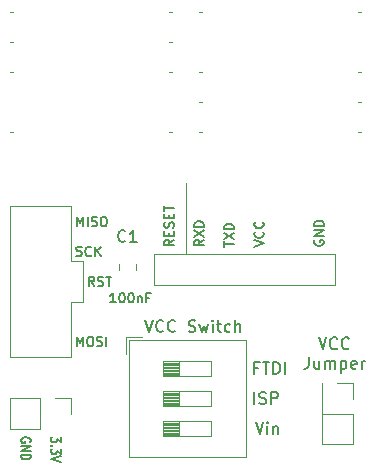
<source format=gto>
G04 #@! TF.GenerationSoftware,KiCad,Pcbnew,5.1.5*
G04 #@! TF.CreationDate,2020-03-08T11:02:30+01:00*
G04 #@! TF.ProjectId,Flash-Station,466c6173-682d-4537-9461-74696f6e2e6b,rev?*
G04 #@! TF.SameCoordinates,Original*
G04 #@! TF.FileFunction,Legend,Top*
G04 #@! TF.FilePolarity,Positive*
%FSLAX46Y46*%
G04 Gerber Fmt 4.6, Leading zero omitted, Abs format (unit mm)*
G04 Created by KiCad (PCBNEW 5.1.5) date 2020-03-08 11:02:30*
%MOMM*%
%LPD*%
G04 APERTURE LIST*
%ADD10C,0.120000*%
%ADD11C,0.150000*%
G04 APERTURE END LIST*
D10*
X82169000Y-74168000D02*
X82169000Y-80137000D01*
D11*
X93072000Y-79048976D02*
X93033904Y-79125166D01*
X93033904Y-79239452D01*
X93072000Y-79353738D01*
X93148190Y-79429928D01*
X93224380Y-79468023D01*
X93376761Y-79506119D01*
X93491047Y-79506119D01*
X93643428Y-79468023D01*
X93719619Y-79429928D01*
X93795809Y-79353738D01*
X93833904Y-79239452D01*
X93833904Y-79163261D01*
X93795809Y-79048976D01*
X93757714Y-79010880D01*
X93491047Y-79010880D01*
X93491047Y-79163261D01*
X93833904Y-78668023D02*
X93033904Y-78668023D01*
X93833904Y-78210880D01*
X93033904Y-78210880D01*
X93833904Y-77829928D02*
X93033904Y-77829928D01*
X93033904Y-77639452D01*
X93072000Y-77525166D01*
X93148190Y-77448976D01*
X93224380Y-77410880D01*
X93376761Y-77372785D01*
X93491047Y-77372785D01*
X93643428Y-77410880D01*
X93719619Y-77448976D01*
X93795809Y-77525166D01*
X93833904Y-77639452D01*
X93833904Y-77829928D01*
X87953904Y-79582309D02*
X88753904Y-79315642D01*
X87953904Y-79048976D01*
X88677714Y-78325166D02*
X88715809Y-78363261D01*
X88753904Y-78477547D01*
X88753904Y-78553738D01*
X88715809Y-78668023D01*
X88639619Y-78744214D01*
X88563428Y-78782309D01*
X88411047Y-78820404D01*
X88296761Y-78820404D01*
X88144380Y-78782309D01*
X88068190Y-78744214D01*
X87992000Y-78668023D01*
X87953904Y-78553738D01*
X87953904Y-78477547D01*
X87992000Y-78363261D01*
X88030095Y-78325166D01*
X88677714Y-77525166D02*
X88715809Y-77563261D01*
X88753904Y-77677547D01*
X88753904Y-77753738D01*
X88715809Y-77868023D01*
X88639619Y-77944214D01*
X88563428Y-77982309D01*
X88411047Y-78020404D01*
X88296761Y-78020404D01*
X88144380Y-77982309D01*
X88068190Y-77944214D01*
X87992000Y-77868023D01*
X87953904Y-77753738D01*
X87953904Y-77677547D01*
X87992000Y-77563261D01*
X88030095Y-77525166D01*
X85413904Y-79582309D02*
X85413904Y-79125166D01*
X86213904Y-79353738D02*
X85413904Y-79353738D01*
X85413904Y-78934690D02*
X86213904Y-78401357D01*
X85413904Y-78401357D02*
X86213904Y-78934690D01*
X86213904Y-78096595D02*
X85413904Y-78096595D01*
X85413904Y-77906119D01*
X85452000Y-77791833D01*
X85528190Y-77715642D01*
X85604380Y-77677547D01*
X85756761Y-77639452D01*
X85871047Y-77639452D01*
X86023428Y-77677547D01*
X86099619Y-77715642D01*
X86175809Y-77791833D01*
X86213904Y-77906119D01*
X86213904Y-78096595D01*
X83673904Y-79010880D02*
X83292952Y-79277547D01*
X83673904Y-79468023D02*
X82873904Y-79468023D01*
X82873904Y-79163261D01*
X82912000Y-79087071D01*
X82950095Y-79048976D01*
X83026285Y-79010880D01*
X83140571Y-79010880D01*
X83216761Y-79048976D01*
X83254857Y-79087071D01*
X83292952Y-79163261D01*
X83292952Y-79468023D01*
X82873904Y-78744214D02*
X83673904Y-78210880D01*
X82873904Y-78210880D02*
X83673904Y-78744214D01*
X83673904Y-77906119D02*
X82873904Y-77906119D01*
X82873904Y-77715642D01*
X82912000Y-77601357D01*
X82988190Y-77525166D01*
X83064380Y-77487071D01*
X83216761Y-77448976D01*
X83331047Y-77448976D01*
X83483428Y-77487071D01*
X83559619Y-77525166D01*
X83635809Y-77601357D01*
X83673904Y-77715642D01*
X83673904Y-77906119D01*
X81133904Y-79010880D02*
X80752952Y-79277547D01*
X81133904Y-79468023D02*
X80333904Y-79468023D01*
X80333904Y-79163261D01*
X80372000Y-79087071D01*
X80410095Y-79048976D01*
X80486285Y-79010880D01*
X80600571Y-79010880D01*
X80676761Y-79048976D01*
X80714857Y-79087071D01*
X80752952Y-79163261D01*
X80752952Y-79468023D01*
X80714857Y-78668023D02*
X80714857Y-78401357D01*
X81133904Y-78287071D02*
X81133904Y-78668023D01*
X80333904Y-78668023D01*
X80333904Y-78287071D01*
X81095809Y-77982309D02*
X81133904Y-77868023D01*
X81133904Y-77677547D01*
X81095809Y-77601357D01*
X81057714Y-77563261D01*
X80981523Y-77525166D01*
X80905333Y-77525166D01*
X80829142Y-77563261D01*
X80791047Y-77601357D01*
X80752952Y-77677547D01*
X80714857Y-77829928D01*
X80676761Y-77906119D01*
X80638666Y-77944214D01*
X80562476Y-77982309D01*
X80486285Y-77982309D01*
X80410095Y-77944214D01*
X80372000Y-77906119D01*
X80333904Y-77829928D01*
X80333904Y-77639452D01*
X80372000Y-77525166D01*
X80714857Y-77182309D02*
X80714857Y-76915642D01*
X81133904Y-76801357D02*
X81133904Y-77182309D01*
X80333904Y-77182309D01*
X80333904Y-76801357D01*
X80333904Y-76572785D02*
X80333904Y-76115642D01*
X81133904Y-76344214D02*
X80333904Y-76344214D01*
X71558095Y-95701500D02*
X71558095Y-96134833D01*
X71253333Y-95901500D01*
X71253333Y-96001500D01*
X71215238Y-96068166D01*
X71177142Y-96101500D01*
X71100952Y-96134833D01*
X70910476Y-96134833D01*
X70834285Y-96101500D01*
X70796190Y-96068166D01*
X70758095Y-96001500D01*
X70758095Y-95801500D01*
X70796190Y-95734833D01*
X70834285Y-95701500D01*
X70834285Y-96434833D02*
X70796190Y-96468166D01*
X70758095Y-96434833D01*
X70796190Y-96401500D01*
X70834285Y-96434833D01*
X70758095Y-96434833D01*
X71558095Y-96701500D02*
X71558095Y-97134833D01*
X71253333Y-96901500D01*
X71253333Y-97001500D01*
X71215238Y-97068166D01*
X71177142Y-97101500D01*
X71100952Y-97134833D01*
X70910476Y-97134833D01*
X70834285Y-97101500D01*
X70796190Y-97068166D01*
X70758095Y-97001500D01*
X70758095Y-96801500D01*
X70796190Y-96734833D01*
X70834285Y-96701500D01*
X71558095Y-97334833D02*
X70758095Y-97568166D01*
X71558095Y-97801500D01*
X68980000Y-96134833D02*
X69018095Y-96068166D01*
X69018095Y-95968166D01*
X68980000Y-95868166D01*
X68903809Y-95801500D01*
X68827619Y-95768166D01*
X68675238Y-95734833D01*
X68560952Y-95734833D01*
X68408571Y-95768166D01*
X68332380Y-95801500D01*
X68256190Y-95868166D01*
X68218095Y-95968166D01*
X68218095Y-96034833D01*
X68256190Y-96134833D01*
X68294285Y-96168166D01*
X68560952Y-96168166D01*
X68560952Y-96034833D01*
X68218095Y-96468166D02*
X69018095Y-96468166D01*
X68218095Y-96868166D01*
X69018095Y-96868166D01*
X68218095Y-97201500D02*
X69018095Y-97201500D01*
X69018095Y-97368166D01*
X68980000Y-97468166D01*
X68903809Y-97534833D01*
X68827619Y-97568166D01*
X68675238Y-97601500D01*
X68560952Y-97601500D01*
X68408571Y-97568166D01*
X68332380Y-97534833D01*
X68256190Y-97468166D01*
X68218095Y-97368166D01*
X68218095Y-97201500D01*
X93408666Y-87273380D02*
X93742000Y-88273380D01*
X94075333Y-87273380D01*
X94980095Y-88178142D02*
X94932476Y-88225761D01*
X94789619Y-88273380D01*
X94694380Y-88273380D01*
X94551523Y-88225761D01*
X94456285Y-88130523D01*
X94408666Y-88035285D01*
X94361047Y-87844809D01*
X94361047Y-87701952D01*
X94408666Y-87511476D01*
X94456285Y-87416238D01*
X94551523Y-87321000D01*
X94694380Y-87273380D01*
X94789619Y-87273380D01*
X94932476Y-87321000D01*
X94980095Y-87368619D01*
X95980095Y-88178142D02*
X95932476Y-88225761D01*
X95789619Y-88273380D01*
X95694380Y-88273380D01*
X95551523Y-88225761D01*
X95456285Y-88130523D01*
X95408666Y-88035285D01*
X95361047Y-87844809D01*
X95361047Y-87701952D01*
X95408666Y-87511476D01*
X95456285Y-87416238D01*
X95551523Y-87321000D01*
X95694380Y-87273380D01*
X95789619Y-87273380D01*
X95932476Y-87321000D01*
X95980095Y-87368619D01*
X92575333Y-88923380D02*
X92575333Y-89637666D01*
X92527714Y-89780523D01*
X92432476Y-89875761D01*
X92289619Y-89923380D01*
X92194380Y-89923380D01*
X93480095Y-89256714D02*
X93480095Y-89923380D01*
X93051523Y-89256714D02*
X93051523Y-89780523D01*
X93099142Y-89875761D01*
X93194380Y-89923380D01*
X93337238Y-89923380D01*
X93432476Y-89875761D01*
X93480095Y-89828142D01*
X93956285Y-89923380D02*
X93956285Y-89256714D01*
X93956285Y-89351952D02*
X94003904Y-89304333D01*
X94099142Y-89256714D01*
X94242000Y-89256714D01*
X94337238Y-89304333D01*
X94384857Y-89399571D01*
X94384857Y-89923380D01*
X94384857Y-89399571D02*
X94432476Y-89304333D01*
X94527714Y-89256714D01*
X94670571Y-89256714D01*
X94765809Y-89304333D01*
X94813428Y-89399571D01*
X94813428Y-89923380D01*
X95289619Y-89256714D02*
X95289619Y-90256714D01*
X95289619Y-89304333D02*
X95384857Y-89256714D01*
X95575333Y-89256714D01*
X95670571Y-89304333D01*
X95718190Y-89351952D01*
X95765809Y-89447190D01*
X95765809Y-89732904D01*
X95718190Y-89828142D01*
X95670571Y-89875761D01*
X95575333Y-89923380D01*
X95384857Y-89923380D01*
X95289619Y-89875761D01*
X96575333Y-89875761D02*
X96480095Y-89923380D01*
X96289619Y-89923380D01*
X96194380Y-89875761D01*
X96146761Y-89780523D01*
X96146761Y-89399571D01*
X96194380Y-89304333D01*
X96289619Y-89256714D01*
X96480095Y-89256714D01*
X96575333Y-89304333D01*
X96622952Y-89399571D01*
X96622952Y-89494809D01*
X96146761Y-89590047D01*
X97051523Y-89923380D02*
X97051523Y-89256714D01*
X97051523Y-89447190D02*
X97099142Y-89351952D01*
X97146761Y-89304333D01*
X97242000Y-89256714D01*
X97337238Y-89256714D01*
X72931976Y-87991904D02*
X72931976Y-87191904D01*
X73198642Y-87763333D01*
X73465309Y-87191904D01*
X73465309Y-87991904D01*
X73998642Y-87191904D02*
X74151023Y-87191904D01*
X74227214Y-87230000D01*
X74303404Y-87306190D01*
X74341500Y-87458571D01*
X74341500Y-87725238D01*
X74303404Y-87877619D01*
X74227214Y-87953809D01*
X74151023Y-87991904D01*
X73998642Y-87991904D01*
X73922452Y-87953809D01*
X73846261Y-87877619D01*
X73808166Y-87725238D01*
X73808166Y-87458571D01*
X73846261Y-87306190D01*
X73922452Y-87230000D01*
X73998642Y-87191904D01*
X74646261Y-87953809D02*
X74760547Y-87991904D01*
X74951023Y-87991904D01*
X75027214Y-87953809D01*
X75065309Y-87915714D01*
X75103404Y-87839523D01*
X75103404Y-87763333D01*
X75065309Y-87687142D01*
X75027214Y-87649047D01*
X74951023Y-87610952D01*
X74798642Y-87572857D01*
X74722452Y-87534761D01*
X74684357Y-87496666D01*
X74646261Y-87420476D01*
X74646261Y-87344285D01*
X74684357Y-87268095D01*
X74722452Y-87230000D01*
X74798642Y-87191904D01*
X74989119Y-87191904D01*
X75103404Y-87230000D01*
X75446261Y-87991904D02*
X75446261Y-87191904D01*
X72893880Y-80333809D02*
X73008166Y-80371904D01*
X73198642Y-80371904D01*
X73274833Y-80333809D01*
X73312928Y-80295714D01*
X73351023Y-80219523D01*
X73351023Y-80143333D01*
X73312928Y-80067142D01*
X73274833Y-80029047D01*
X73198642Y-79990952D01*
X73046261Y-79952857D01*
X72970071Y-79914761D01*
X72931976Y-79876666D01*
X72893880Y-79800476D01*
X72893880Y-79724285D01*
X72931976Y-79648095D01*
X72970071Y-79610000D01*
X73046261Y-79571904D01*
X73236738Y-79571904D01*
X73351023Y-79610000D01*
X74151023Y-80295714D02*
X74112928Y-80333809D01*
X73998642Y-80371904D01*
X73922452Y-80371904D01*
X73808166Y-80333809D01*
X73731976Y-80257619D01*
X73693880Y-80181428D01*
X73655785Y-80029047D01*
X73655785Y-79914761D01*
X73693880Y-79762380D01*
X73731976Y-79686190D01*
X73808166Y-79610000D01*
X73922452Y-79571904D01*
X73998642Y-79571904D01*
X74112928Y-79610000D01*
X74151023Y-79648095D01*
X74493880Y-80371904D02*
X74493880Y-79571904D01*
X74951023Y-80371904D02*
X74608166Y-79914761D01*
X74951023Y-79571904D02*
X74493880Y-80029047D01*
X74405119Y-82911904D02*
X74138452Y-82530952D01*
X73947976Y-82911904D02*
X73947976Y-82111904D01*
X74252738Y-82111904D01*
X74328928Y-82150000D01*
X74367023Y-82188095D01*
X74405119Y-82264285D01*
X74405119Y-82378571D01*
X74367023Y-82454761D01*
X74328928Y-82492857D01*
X74252738Y-82530952D01*
X73947976Y-82530952D01*
X74709880Y-82873809D02*
X74824166Y-82911904D01*
X75014642Y-82911904D01*
X75090833Y-82873809D01*
X75128928Y-82835714D01*
X75167023Y-82759523D01*
X75167023Y-82683333D01*
X75128928Y-82607142D01*
X75090833Y-82569047D01*
X75014642Y-82530952D01*
X74862261Y-82492857D01*
X74786071Y-82454761D01*
X74747976Y-82416666D01*
X74709880Y-82340476D01*
X74709880Y-82264285D01*
X74747976Y-82188095D01*
X74786071Y-82150000D01*
X74862261Y-82111904D01*
X75052738Y-82111904D01*
X75167023Y-82150000D01*
X75395595Y-82111904D02*
X75852738Y-82111904D01*
X75624166Y-82911904D02*
X75624166Y-82111904D01*
X72931976Y-77831904D02*
X72931976Y-77031904D01*
X73198642Y-77603333D01*
X73465309Y-77031904D01*
X73465309Y-77831904D01*
X73846261Y-77831904D02*
X73846261Y-77031904D01*
X74189119Y-77793809D02*
X74303404Y-77831904D01*
X74493880Y-77831904D01*
X74570071Y-77793809D01*
X74608166Y-77755714D01*
X74646261Y-77679523D01*
X74646261Y-77603333D01*
X74608166Y-77527142D01*
X74570071Y-77489047D01*
X74493880Y-77450952D01*
X74341500Y-77412857D01*
X74265309Y-77374761D01*
X74227214Y-77336666D01*
X74189119Y-77260476D01*
X74189119Y-77184285D01*
X74227214Y-77108095D01*
X74265309Y-77070000D01*
X74341500Y-77031904D01*
X74531976Y-77031904D01*
X74646261Y-77070000D01*
X75141500Y-77031904D02*
X75293880Y-77031904D01*
X75370071Y-77070000D01*
X75446261Y-77146190D01*
X75484357Y-77298571D01*
X75484357Y-77565238D01*
X75446261Y-77717619D01*
X75370071Y-77793809D01*
X75293880Y-77831904D01*
X75141500Y-77831904D01*
X75065309Y-77793809D01*
X74989119Y-77717619D01*
X74951023Y-77565238D01*
X74951023Y-77298571D01*
X74989119Y-77146190D01*
X75065309Y-77070000D01*
X75141500Y-77031904D01*
X88076738Y-94448380D02*
X88410071Y-95448380D01*
X88743404Y-94448380D01*
X89076738Y-95448380D02*
X89076738Y-94781714D01*
X89076738Y-94448380D02*
X89029119Y-94496000D01*
X89076738Y-94543619D01*
X89124357Y-94496000D01*
X89076738Y-94448380D01*
X89076738Y-94543619D01*
X89552928Y-94781714D02*
X89552928Y-95448380D01*
X89552928Y-94876952D02*
X89600547Y-94829333D01*
X89695785Y-94781714D01*
X89838642Y-94781714D01*
X89933880Y-94829333D01*
X89981500Y-94924571D01*
X89981500Y-95448380D01*
X87965595Y-92908380D02*
X87965595Y-91908380D01*
X88394166Y-92860761D02*
X88537023Y-92908380D01*
X88775119Y-92908380D01*
X88870357Y-92860761D01*
X88917976Y-92813142D01*
X88965595Y-92717904D01*
X88965595Y-92622666D01*
X88917976Y-92527428D01*
X88870357Y-92479809D01*
X88775119Y-92432190D01*
X88584642Y-92384571D01*
X88489404Y-92336952D01*
X88441785Y-92289333D01*
X88394166Y-92194095D01*
X88394166Y-92098857D01*
X88441785Y-92003619D01*
X88489404Y-91956000D01*
X88584642Y-91908380D01*
X88822738Y-91908380D01*
X88965595Y-91956000D01*
X89394166Y-92908380D02*
X89394166Y-91908380D01*
X89775119Y-91908380D01*
X89870357Y-91956000D01*
X89917976Y-92003619D01*
X89965595Y-92098857D01*
X89965595Y-92241714D01*
X89917976Y-92336952D01*
X89870357Y-92384571D01*
X89775119Y-92432190D01*
X89394166Y-92432190D01*
X88298928Y-89844571D02*
X87965595Y-89844571D01*
X87965595Y-90368380D02*
X87965595Y-89368380D01*
X88441785Y-89368380D01*
X88679880Y-89368380D02*
X89251309Y-89368380D01*
X88965595Y-90368380D02*
X88965595Y-89368380D01*
X89584642Y-90368380D02*
X89584642Y-89368380D01*
X89822738Y-89368380D01*
X89965595Y-89416000D01*
X90060833Y-89511238D01*
X90108452Y-89606476D01*
X90156071Y-89796952D01*
X90156071Y-89939809D01*
X90108452Y-90130285D01*
X90060833Y-90225523D01*
X89965595Y-90320761D01*
X89822738Y-90368380D01*
X89584642Y-90368380D01*
X90584642Y-90368380D02*
X90584642Y-89368380D01*
D10*
X77926000Y-81550252D02*
X77926000Y-81027748D01*
X76506000Y-81550252D02*
X76506000Y-81027748D01*
X80772000Y-82864000D02*
X79442000Y-82864000D01*
X79442000Y-82864000D02*
X79442000Y-80204000D01*
X79442000Y-80204000D02*
X94802000Y-80204000D01*
X80532000Y-82864000D02*
X94802000Y-82864000D01*
X94802000Y-82864000D02*
X94802000Y-80204000D01*
X69850000Y-76140000D02*
X72450000Y-76140000D01*
X67270000Y-76140000D02*
X69850000Y-76140000D01*
X67250000Y-78740000D02*
X67250000Y-76150000D01*
X67250000Y-78740000D02*
X67250000Y-88960000D01*
X67250000Y-88960000D02*
X72450000Y-88960000D01*
X72450000Y-84240000D02*
X72450000Y-88960000D01*
X72450000Y-80800000D02*
X73460000Y-80800000D01*
X73460000Y-80800000D02*
X73460000Y-84240000D01*
X73460000Y-84240000D02*
X72450000Y-84240000D01*
X72450000Y-76140000D02*
X72450000Y-80800000D01*
X67564000Y-69850000D02*
X67310000Y-69850000D01*
X67564000Y-64770000D02*
X67310000Y-64770000D01*
X67564000Y-62230000D02*
X67310000Y-62230000D01*
X67564000Y-59690000D02*
X67310000Y-59690000D01*
X81026000Y-69850000D02*
X80772000Y-69850000D01*
X81026000Y-59690000D02*
X80772000Y-59690000D01*
X81026000Y-64770000D02*
X80772000Y-64770000D01*
X81026000Y-62230000D02*
X80772000Y-62230000D01*
X96774000Y-59690000D02*
X97028000Y-59690000D01*
X96774000Y-64770000D02*
X97028000Y-64770000D01*
X96774000Y-67310000D02*
X97028000Y-67310000D01*
X96774000Y-69850000D02*
X97028000Y-69850000D01*
X83312000Y-59690000D02*
X83566000Y-59690000D01*
X83312000Y-69850000D02*
X83566000Y-69850000D01*
X83312000Y-64770000D02*
X83566000Y-64770000D01*
X83312000Y-67310000D02*
X83566000Y-67310000D01*
X96326000Y-91126000D02*
X96326000Y-92456000D01*
X94996000Y-91126000D02*
X96326000Y-91126000D01*
X96326000Y-93726000D02*
X96326000Y-96326000D01*
X93726000Y-93726000D02*
X96326000Y-93726000D01*
X93726000Y-91126000D02*
X93726000Y-93726000D01*
X96326000Y-96326000D02*
X93666000Y-96326000D01*
X93726000Y-91126000D02*
X93666000Y-91126000D01*
X93666000Y-91126000D02*
X93666000Y-96326000D01*
X72450000Y-92396000D02*
X72450000Y-93726000D01*
X71120000Y-92396000D02*
X72450000Y-92396000D01*
X69850000Y-92396000D02*
X69850000Y-95056000D01*
X69850000Y-95056000D02*
X67250000Y-95056000D01*
X69850000Y-92396000D02*
X67250000Y-92396000D01*
X67250000Y-92396000D02*
X67250000Y-95056000D01*
X81619333Y-94361000D02*
X81619333Y-95631000D01*
X80266000Y-95561000D02*
X81619333Y-95561000D01*
X80266000Y-95441000D02*
X81619333Y-95441000D01*
X80266000Y-95321000D02*
X81619333Y-95321000D01*
X80266000Y-95201000D02*
X81619333Y-95201000D01*
X80266000Y-95081000D02*
X81619333Y-95081000D01*
X80266000Y-94961000D02*
X81619333Y-94961000D01*
X80266000Y-94841000D02*
X81619333Y-94841000D01*
X80266000Y-94721000D02*
X81619333Y-94721000D01*
X80266000Y-94601000D02*
X81619333Y-94601000D01*
X80266000Y-94481000D02*
X81619333Y-94481000D01*
X84326000Y-94361000D02*
X80266000Y-94361000D01*
X84326000Y-95631000D02*
X84326000Y-94361000D01*
X80266000Y-95631000D02*
X84326000Y-95631000D01*
X80266000Y-94361000D02*
X80266000Y-95631000D01*
X81619333Y-91821000D02*
X81619333Y-93091000D01*
X80266000Y-93021000D02*
X81619333Y-93021000D01*
X80266000Y-92901000D02*
X81619333Y-92901000D01*
X80266000Y-92781000D02*
X81619333Y-92781000D01*
X80266000Y-92661000D02*
X81619333Y-92661000D01*
X80266000Y-92541000D02*
X81619333Y-92541000D01*
X80266000Y-92421000D02*
X81619333Y-92421000D01*
X80266000Y-92301000D02*
X81619333Y-92301000D01*
X80266000Y-92181000D02*
X81619333Y-92181000D01*
X80266000Y-92061000D02*
X81619333Y-92061000D01*
X80266000Y-91941000D02*
X81619333Y-91941000D01*
X84326000Y-91821000D02*
X80266000Y-91821000D01*
X84326000Y-93091000D02*
X84326000Y-91821000D01*
X80266000Y-93091000D02*
X84326000Y-93091000D01*
X80266000Y-91821000D02*
X80266000Y-93091000D01*
X81619333Y-89281000D02*
X81619333Y-90551000D01*
X80266000Y-90481000D02*
X81619333Y-90481000D01*
X80266000Y-90361000D02*
X81619333Y-90361000D01*
X80266000Y-90241000D02*
X81619333Y-90241000D01*
X80266000Y-90121000D02*
X81619333Y-90121000D01*
X80266000Y-90001000D02*
X81619333Y-90001000D01*
X80266000Y-89881000D02*
X81619333Y-89881000D01*
X80266000Y-89761000D02*
X81619333Y-89761000D01*
X80266000Y-89641000D02*
X81619333Y-89641000D01*
X80266000Y-89521000D02*
X81619333Y-89521000D01*
X80266000Y-89401000D02*
X81619333Y-89401000D01*
X84326000Y-89281000D02*
X80266000Y-89281000D01*
X84326000Y-90551000D02*
X84326000Y-89281000D01*
X80266000Y-90551000D02*
X84326000Y-90551000D01*
X80266000Y-89281000D02*
X80266000Y-90551000D01*
X77106000Y-87256000D02*
X77106000Y-88639000D01*
X77106000Y-87256000D02*
X78490000Y-87256000D01*
X87246000Y-87496000D02*
X87246000Y-97416000D01*
X77346000Y-87496000D02*
X77346000Y-97416000D01*
X77346000Y-97416000D02*
X87246000Y-97416000D01*
X77346000Y-87496000D02*
X87246000Y-87496000D01*
D11*
X77049333Y-79097142D02*
X77001714Y-79144761D01*
X76858857Y-79192380D01*
X76763619Y-79192380D01*
X76620761Y-79144761D01*
X76525523Y-79049523D01*
X76477904Y-78954285D01*
X76430285Y-78763809D01*
X76430285Y-78620952D01*
X76477904Y-78430476D01*
X76525523Y-78335238D01*
X76620761Y-78240000D01*
X76763619Y-78192380D01*
X76858857Y-78192380D01*
X77001714Y-78240000D01*
X77049333Y-78287619D01*
X78001714Y-79192380D02*
X77430285Y-79192380D01*
X77716000Y-79192380D02*
X77716000Y-78192380D01*
X77620761Y-78335238D01*
X77525523Y-78430476D01*
X77430285Y-78478095D01*
X76231904Y-84308904D02*
X75774761Y-84308904D01*
X76003333Y-84308904D02*
X76003333Y-83508904D01*
X75927142Y-83623190D01*
X75850952Y-83699380D01*
X75774761Y-83737476D01*
X76727142Y-83508904D02*
X76803333Y-83508904D01*
X76879523Y-83547000D01*
X76917619Y-83585095D01*
X76955714Y-83661285D01*
X76993809Y-83813666D01*
X76993809Y-84004142D01*
X76955714Y-84156523D01*
X76917619Y-84232714D01*
X76879523Y-84270809D01*
X76803333Y-84308904D01*
X76727142Y-84308904D01*
X76650952Y-84270809D01*
X76612857Y-84232714D01*
X76574761Y-84156523D01*
X76536666Y-84004142D01*
X76536666Y-83813666D01*
X76574761Y-83661285D01*
X76612857Y-83585095D01*
X76650952Y-83547000D01*
X76727142Y-83508904D01*
X77489047Y-83508904D02*
X77565238Y-83508904D01*
X77641428Y-83547000D01*
X77679523Y-83585095D01*
X77717619Y-83661285D01*
X77755714Y-83813666D01*
X77755714Y-84004142D01*
X77717619Y-84156523D01*
X77679523Y-84232714D01*
X77641428Y-84270809D01*
X77565238Y-84308904D01*
X77489047Y-84308904D01*
X77412857Y-84270809D01*
X77374761Y-84232714D01*
X77336666Y-84156523D01*
X77298571Y-84004142D01*
X77298571Y-83813666D01*
X77336666Y-83661285D01*
X77374761Y-83585095D01*
X77412857Y-83547000D01*
X77489047Y-83508904D01*
X78098571Y-83775571D02*
X78098571Y-84308904D01*
X78098571Y-83851761D02*
X78136666Y-83813666D01*
X78212857Y-83775571D01*
X78327142Y-83775571D01*
X78403333Y-83813666D01*
X78441428Y-83889857D01*
X78441428Y-84308904D01*
X79089047Y-83889857D02*
X78822380Y-83889857D01*
X78822380Y-84308904D02*
X78822380Y-83508904D01*
X79203333Y-83508904D01*
X78684952Y-85812380D02*
X79018285Y-86812380D01*
X79351619Y-85812380D01*
X80256380Y-86717142D02*
X80208761Y-86764761D01*
X80065904Y-86812380D01*
X79970666Y-86812380D01*
X79827809Y-86764761D01*
X79732571Y-86669523D01*
X79684952Y-86574285D01*
X79637333Y-86383809D01*
X79637333Y-86240952D01*
X79684952Y-86050476D01*
X79732571Y-85955238D01*
X79827809Y-85860000D01*
X79970666Y-85812380D01*
X80065904Y-85812380D01*
X80208761Y-85860000D01*
X80256380Y-85907619D01*
X81256380Y-86717142D02*
X81208761Y-86764761D01*
X81065904Y-86812380D01*
X80970666Y-86812380D01*
X80827809Y-86764761D01*
X80732571Y-86669523D01*
X80684952Y-86574285D01*
X80637333Y-86383809D01*
X80637333Y-86240952D01*
X80684952Y-86050476D01*
X80732571Y-85955238D01*
X80827809Y-85860000D01*
X80970666Y-85812380D01*
X81065904Y-85812380D01*
X81208761Y-85860000D01*
X81256380Y-85907619D01*
X82399238Y-86764761D02*
X82542095Y-86812380D01*
X82780190Y-86812380D01*
X82875428Y-86764761D01*
X82923047Y-86717142D01*
X82970666Y-86621904D01*
X82970666Y-86526666D01*
X82923047Y-86431428D01*
X82875428Y-86383809D01*
X82780190Y-86336190D01*
X82589714Y-86288571D01*
X82494476Y-86240952D01*
X82446857Y-86193333D01*
X82399238Y-86098095D01*
X82399238Y-86002857D01*
X82446857Y-85907619D01*
X82494476Y-85860000D01*
X82589714Y-85812380D01*
X82827809Y-85812380D01*
X82970666Y-85860000D01*
X83304000Y-86145714D02*
X83494476Y-86812380D01*
X83684952Y-86336190D01*
X83875428Y-86812380D01*
X84065904Y-86145714D01*
X84446857Y-86812380D02*
X84446857Y-86145714D01*
X84446857Y-85812380D02*
X84399238Y-85860000D01*
X84446857Y-85907619D01*
X84494476Y-85860000D01*
X84446857Y-85812380D01*
X84446857Y-85907619D01*
X84780190Y-86145714D02*
X85161142Y-86145714D01*
X84923047Y-85812380D02*
X84923047Y-86669523D01*
X84970666Y-86764761D01*
X85065904Y-86812380D01*
X85161142Y-86812380D01*
X85923047Y-86764761D02*
X85827809Y-86812380D01*
X85637333Y-86812380D01*
X85542095Y-86764761D01*
X85494476Y-86717142D01*
X85446857Y-86621904D01*
X85446857Y-86336190D01*
X85494476Y-86240952D01*
X85542095Y-86193333D01*
X85637333Y-86145714D01*
X85827809Y-86145714D01*
X85923047Y-86193333D01*
X86351619Y-86812380D02*
X86351619Y-85812380D01*
X86780190Y-86812380D02*
X86780190Y-86288571D01*
X86732571Y-86193333D01*
X86637333Y-86145714D01*
X86494476Y-86145714D01*
X86399238Y-86193333D01*
X86351619Y-86240952D01*
M02*

</source>
